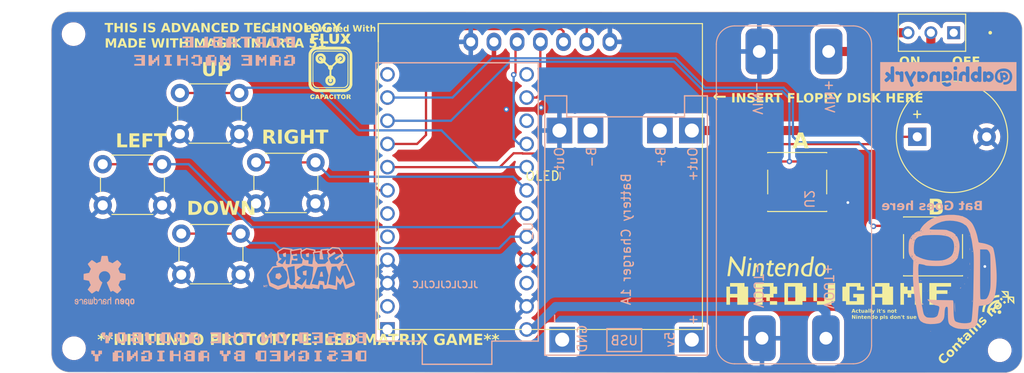
<source format=kicad_pcb>
(kicad_pcb (version 20221018) (generator pcbnew)
  (layers (0 "F.Cu" signal) (31 "B.Cu" signal) (34 "B.Paste" user) (35 "F.Paste" user) (36 "B.SilkS" user "B.Silkscreen") (37 "F.SilkS" user "F.Silkscreen") (38 "B.Mask" user) (39 "F.Mask" user) (44 "Edge.Cuts" user))
  (net 0 "")
  (net 1 "+3.3V")
  (net 2 "GND")
  (net 5 "/Buttons/BTNUP")
  (net 6 "/Buttons/BTNDWN")
  (net 7 "/Buttons/BTNLFT")
  (net 8 "/Buttons/BTNRIGHT")
  (net 9 "/Buttons/BTNB")
  (net 10 "/Buttons/BTNA")
  (net 11 "/Microcontroller/Buzzer")
  (net 14 "/LCD/DC")
  (net 15 "/LCD/RES")
  (net 18 "+5V")
  (net 19 "/LCD/MOSI")
  (net 21 "/LCD/CLK")
  (net 22 "/B+")
  (net 25 "/B-")
  (net 26 "/LiManage_OUT")
  (net 27 "/BOOST_OUT")
  (footprint "Button_Switch_THT:SW_PUSH_6mm_H5mm" (layer "F.Cu") (at 85.05 64.4)
    (fp_text reference "SW1" hide)
    (fp_text value "SW_Push_Open")
    (pad "1" thru_hole circle (at 0 0 90) (size 2 2) (drill 1.1) (layers "*.Cu" "*.Mask") (net 5 "/Buttons/BTNUP"))
    (pad "1" thru_hole circle (at 6.5 0 90) (size 2 2) (drill 1.1) (layers "*.Cu" "*.Mask") (net 5 "/Buttons/BTNUP"))
    (pad "2" thru_hole circle (at 0 4.5 90) (size 2 2) (drill 1.1) (layers "*.Cu" "*.Mask") (net 2 "GND"))
    (pad "2" thru_hole circle (at 6.5 4.5 90) (size 2 2) (drill 1.1) (layers "*.Cu" "*.Mask") (net 2 "GND"))
  )
  (footprint "Button_Switch_SMD:SW_Push_1P1T_NO_6x6mm_H9.5mm" (layer "F.Cu") (at 152.65 74.15)
    (fp_text reference "SW5" hide)
    (fp_text value "SW_Push_Open")
    (pad "1" smd rect (at -3.975 -2.25) (size 1.55 1.3) (layers "F.Cu" "F.Paste" "F.Mask") (net 10 "/Buttons/BTNA"))
    (pad "1" smd rect (at 3.975 -2.25) (size 1.55 1.3) (layers "F.Cu" "F.Paste" "F.Mask") (net 10 "/Buttons/BTNA"))
    (pad "2" smd rect (at -3.975 2.25) (size 1.55 1.3) (layers "F.Cu" "F.Paste" "F.Mask") (net 2 "GND"))
    (pad "2" smd rect (at 3.975 2.25) (size 1.55 1.3) (layers "F.Cu" "F.Paste" "F.Mask") (net 2 "GND"))
  )
  (footprint "Buzzer_Beeper:Buzzer_12x9.5RM7.6" (layer "F.Cu") (at 165.8 69.2)
    (fp_text reference "BZ1" hide)
    (fp_text value "Buzzer")
    (fp_text user "+" (at -0.01 -2.54) (layer "F.SilkS"))
    (pad "1" thru_hole rect (at 0 0) (size 2 2) (drill 1) (layers "*.Cu" "*.Mask") (net 11 "/Microcontroller/Buzzer"))
    (pad "2" thru_hole circle (at 7.6 0) (size 2 2) (drill 1) (layers "*.Cu" "*.Mask") (net 2 "GND"))
  )
  (footprint "Button_Switch_THT:SW_PUSH_6mm_H5mm" (layer "F.Cu") (at 76.6 72.2)
    (fp_text reference "SW4" hide)
    (fp_text value "SW_Push_Open")
    (pad "1" thru_hole circle (at 0 0 90) (size 2 2) (drill 1.1) (layers "*.Cu" "*.Mask") (net 8 "/Buttons/BTNRIGHT"))
    (pad "1" thru_hole circle (at 6.5 0 90) (size 2 2) (drill 1.1) (layers "*.Cu" "*.Mask") (net 8 "/Buttons/BTNRIGHT"))
    (pad "2" thru_hole circle (at 0 4.5 90) (size 2 2) (drill 1.1) (layers "*.Cu" "*.Mask") (net 2 "GND"))
    (pad "2" thru_hole circle (at 6.5 4.5 90) (size 2 2) (drill 1.1) (layers "*.Cu" "*.Mask") (net 2 "GND"))
  )
  (footprint "Button_Switch_THT:SW_PUSH_6mm_H5mm" (layer "F.Cu") (at 93.4 72)
    (fp_text reference "SW3" hide)
    (fp_text value "SW_Push_Open")
    (pad "1" thru_hole circle (at 0 0 90) (size 2 2) (drill 1.1) (layers "*.Cu" "*.Mask") (net 7 "/Buttons/BTNLFT"))
    (pad "1" thru_hole circle (at 6.5 0 90) (size 2 2) (drill 1.1) (layers "*.Cu" "*.Mask") (net 7 "/Buttons/BTNLFT"))
    (pad "2" thru_hole circle (at 0 4.5 90) (size 2 2) (drill 1.1) (layers "*.Cu" "*.Mask") (net 2 "GND"))
    (pad "2" thru_hole circle (at 6.5 4.5 90) (size 2 2) (drill 1.1) (layers "*.Cu" "*.Mask") (net 2 "GND"))
  )
  (footprint "TFACr2-parts:smolwifi" (layer "F.Cu") (at 174.2 87.8 45)
    (fp_text reference "G***" hide)
    (fp_text value "LOGO" hide)
  )
  (footprint "Button_Switch_SMD:SW_Push_1P1T_NO_6x6mm_H9.5mm" (layer "F.Cu") (at 167.525 81.2)
    (fp_text reference "SW6" hide)
    (fp_text value "SW_Push_Open")
    (pad "1" smd rect (at -3.975 -2.25) (size 1.55 1.3) (layers "F.Cu" "F.Paste" "F.Mask") (net 9 "/Buttons/BTNB"))
    (pad "1" smd rect (at 3.975 -2.25) (size 1.55 1.3) (layers "F.Cu" "F.Paste" "F.Mask") (net 9 "/Buttons/BTNB"))
    (pad "2" smd rect (at -3.975 2.25) (size 1.55 1.3) (layers "F.Cu" "F.Paste" "F.Mask") (net 2 "GND"))
    (pad "2" smd rect (at 3.975 2.25) (size 1.55 1.3) (layers "F.Cu" "F.Paste" "F.Mask") (net 2 "GND"))
  )
  (footprint "ArduinoGameboy:SH1106" (layer "F.Cu") (at 121.77 56.8)
    (fp_text reference "U5" hide)
    (fp_text value "SH1106")
    (fp_text user "OLED" (at 1.016 17.272 unlocked) (layer "F.SilkS") (effects (justify left bottom)))
    (pad "1" thru_hole oval (at -4.87 2 90) (size 2 1.6) (drill 1) (layers "*.Cu" "*.Mask") (net 2 "GND"))
    (pad "2" thru_hole oval (at -2.33 2 90) (size 2 1.6) (drill 1) (layers "*.Cu" "*.Mask") (net 1 "+3.3V"))
    (pad "3" thru_hole oval (at 0.21 2 90) (size 2 1.6) (drill 1) (layers "*.Cu" "*.Mask") (net 21 "/LCD/CLK"))
    (pad "4" thru_hole oval (at 2.75 2 90) (size 2 1.6) (drill 1) (layers "*.Cu" "*.Mask") (net 19 "/LCD/MOSI"))
    (pad "5" thru_hole oval (at 5.29 2 90) (size 2 1.6) (drill 1) (layers "*.Cu" "*.Mask") (net 15 "/LCD/RES"))
    (pad "6" thru_hole oval (at 7.83 2 90) (size 2 1.6) (drill 1) (layers "*.Cu" "*.Mask") (net 14 "/LCD/DC"))
    (pad "7" thru_hole oval (at 10.37 2 90) (size 2 1.6) (drill 1) (layers "*.Cu" "*.Mask") (net 2 "GND"))
  )
  (footprint "kibuzzard-653E884F" (layer "F.Cu") (at 150.4 83.4)
    (fp_text reference "kibuzzard-653E884F" hide)
    (fp_text value "G***" hide)
  )
  (footprint "kibuzzard-653BC246" (layer "F.Cu") (at 157.2 86.4)
    (fp_text reference "kibuzzard-653BC246" hide)
    (fp_text value "G***" hide)
  )
  (footprint "MountingHole:MountingHole_2.1mm" (layer "F.Cu") (at 174.825 92.575)
    (fp_text reference "REF**" hide)
    (fp_text value "MountingHole_2.1mm" hide)
    (pad "" np_thru_hole circle (at 0 0) (size 2.1 2.1) (drill 2.1) (layers "F&B.Cu" "*.Mask"))
  )
  (footprint "MountingHole:MountingHole_2.1mm" (layer "F.Cu") (at 73.45 92.35)
    (fp_text reference "REF**" hide)
    (fp_text value "MountingHole_2.1mm" hide)
    (pad "" np_thru_hole circle (at 0 0) (size 2.1 2.1) (drill 2.1) (layers "F&B.Cu" "*.Mask"))
  )
  (footprint "TFACr2-parts:smollerBLE" (layer "F.Cu") (at 175.754871 86.752171 45)
    (fp_text reference "G***" hide)
    (fp_text value "LOGO" hide)
  )
  (footprint "TFACr2-parts:fluxCap" (layer "F.Cu") (at 101.6 61.6)
    (fp_text reference "G***" hide)
    (fp_text value "LOGO" hide)
  )
  (footprint "MountingHole:MountingHole_2.1mm" (layer "F.Cu") (at 73.4 57.95)
    (fp_text reference "REF**" hide)
    (fp_text value "MountingHole_2.1mm")
    (pad "" np_thru_hole circle (at 0 0) (size 2.1 2.1) (drill 2.1) (layers "*.Cu" "*.Mask"))
  )
  (footprint "ArduinoGameboy:SW_MINI-SPDT-SW" (layer "F.Cu") (at 167.2875 57.8 180)
    (fp_text reference "SW7" hide)
    (fp_text value "SW_SPDT")
    (pad "1" thru_hole rect (at -2.5 0 180) (size 1.408 1.408) (drill 0.9) (layers "*.Cu" "*.Mask"))
    (pad "2" thru_hole circle (at 0 0 180) (size 1.408 1.408) (drill 0.9) (layers "*.Cu" "*.Mask") (net 26 "/LiManage_OUT"))
    (pad "3" thru_hole circle (at 2.5 0 180) (size 1.408 1.408) (drill 0.9) (layers "*.Cu" "*.Mask") (net 27 "/BOOST_OUT"))
  )
  (footprint "Button_Switch_THT:SW_PUSH_6mm_H5mm" (layer "F.Cu") (at 85.2 79.8)
    (fp_text reference "SW2" hide)
    (fp_text value "SW_Push_Open")
    (pad "1" thru_hole circle (at 0 0 90) (size 2 2) (drill 1.1) (layers "*.Cu" "*.Mask") (net 6 "/Buttons/BTNDWN"))
    (pad "1" thru_hole circle (at 6.5 0 90) (size 2 2) (drill 1.1) (layers "*.Cu" "*.Mask") (net 6 "/Buttons/BTNDWN"))
    (pad "2" thru_hole circle (at 0 4.5 90) (size 2 2) (drill 1.1) (layers "*.Cu" "*.Mask") (net 2 "GND"))
    (pad "2" thru_hole circle (at 6.5 4.5 90) (size 2 2) (drill 1.1) (layers "*.Cu" "*.Mask") (net 2 "GND"))
  )
  (footprint "kibuzzard-65312D56" (layer "B.Cu") (at 169.2 62.6 180)
    (fp_text reference "kibuzzard-65312D56" hide)
    (fp_text value "G***" hide)
  )
  (footprint "promicro:ProMicro-EnforcedTop" (layer "B.Cu") (at 115.4 76.33 90)
    (fp_text reference "U4" hide)
    (fp_text value "Arduino Pro Micro")
    (pad "1" thru_hole rect (at -13.97 -7.62 90) (size 1.6 1.6) (drill 1.1) (layers "*.Cu" "*.Mask"))
    (pad "2" thru_hole circle (at -11.43 -7.62 90) (size 1.6 1.6) (drill 1.1) (layers "*.Cu" "*.Mask"))
    (pad "3" thru_hole circle (at -8.89 -7.62 90) (size 1.6 1.6) (drill 1.1) (layers "*.Cu" "*.Mask") (net 2 "GND"))
    (pad "4" thru_hole circle (at -6.35 -7.62 90) (size 1.6 1.6) (drill 1.1) (layers "*.Cu" "*.Mask") (net 2 "GND"))
    (pad "5" thru_hole circle (at -3.81 -7.62 90) (size 1.6 1.6) (drill 1.1) (layers "*.Cu" "*.Mask"))
    (pad "6" thru_hole circle (at -1.27 -7.62 90) (size 1.6 1.6) (drill 1.1) (layers "*.Cu" "*.Mask"))
    (pad "7" thru_hole circle (at 1.27 -7.62 90) (size 1.6 1.6) (drill 1.1) (layers "*.Cu" "*.Mask") (net 14 "/LCD/DC"))
    (pad "8" thru_hole circle (at 3.81 -7.62 90) (size 1.6 1.6) (drill 1.1) (layers "*.Cu" "*.Mask") (net 11 "/Microcontroller/Buzzer"))
    (pad "9" thru_hole circle (at 6.35 -7.62 90) (size 1.6 1.6) (drill 1.1) (layers "*.Cu" "*.Mask") (net 15 "/LCD/RES"))
    (pad "10" thru_hole circle (at 8.89 -7.62 90) (size 1.6 1.6) (drill 1.1) (layers "*.Cu" "*.Mask") (net 10 "/Buttons/BTNA"))
    (pad "11" thru_hole circle (at 11.43 -7.62 90) (size 1.6 1.6) (drill 1.1) (layers "*.Cu" "*.Mask") (net 9 "/Buttons/BTNB"))
    (pad "12" thru_hole circle (at 13.97 -7.62 90) (size 1.6 1.6) (drill 1.1) (layers "*.Cu" "*.Mask"))
    (pad "13" thru_hole circle (at 13.97 7.62 90) (size 1.6 1.6) (drill 1.1) (layers "*.Cu" "*.Mask"))
    (pad "14" thru_hole circle (at 11.43 7.62 90) (size 1.6 1.6) (drill 1.1) (layers "*.Cu" "*.Mask") (net 19 "/LCD/MOSI"))
    (pad "15" thru_hole circle (at 8.89 7.62 90) (size 1.6 1.6) (drill 1.1) (layers "*.Cu" "*.Mask"))
    (pad "16" thru_hole circle (at 6.35 7.62 90) (size 1.6 1.6) (drill 1.1) (layers "*.Cu" "*.Mask") (net 21 "/LCD/CLK"))
    (pad "17" thru_hole circle (at 3.81 7.62 90) (size 1.6 1.6) (drill 1.1) (layers "*.Cu" "*.Mask") (net 5 "/Buttons/BTNUP"))
    (pad "18" thru_hole circle (at 1.27 7.62 90) (size 1.6 1.6) (drill 1.1) (layers "*.Cu" "*.Mask") (net 7 "/Buttons/BTNLFT"))
    (pad "19" thru_hole circle (at -1.27 7.62 90) (size 1.6 1.6) (drill 1.1) (layers "*.Cu" "*.Mask") (net 8 "/Buttons/BTNRIGHT"))
    (pad "20" thru_hole circle (at -3.81 7.62 90) (size 1.6 1.6) (drill 1.1) (layers "*.Cu" "*.Mask") (net 6 "/Buttons/BTNDWN"))
    (pad "21" thru_hole circle (at -6.35 7.62 90) (size 1.6 1.6) (drill 1.1) (layers "*.Cu" "*.Mask") (net 1 "+3.3V"))
    (pad "22" thru_hole circle (at -8.89 7.62 90) (size 1.6 1.6) (drill 1.1) (layers "*.Cu" "*.Mask"))
    (pad "23" thru_hole circle (at -11.43 7.62 90) (size 1.6 1.6) (drill 1.1) (layers "*.Cu" "*.Mask") (net 2 "GND"))
    (pad "24" thru_hole circle (at -13.97 7.62 90) (size 1.6 1.6) (drill 1.1) (layers "*.Cu" "*.Mask") (net 18 "+5V"))
  )
  (footprint "kibuzzard-65549CA5" (layer "B.Cu") (at 90.4 92.2 180)
    (fp_text reference "kibuzzard-65549CA5" hide)
    (fp_text value "G***" hide)
  )
  (footprint "kibuzzard-653130E3" (layer "B.Cu") (at 88.85 59.825 180)
    (fp_text reference "kibuzzard-653130E3" hide)
    (fp_text value "G***" hide)
  )
  (footprint "Symbol:OSHW-Logo2_7.3x6mm_SilkScreen" (layer "B.Cu") (at 76.8 85 180)
    (fp_text reference "REF**" hide)
    (fp_text value "OSHW-Logo2_7.3x6mm_SilkScreen" hide)
  )
  (footprint "TFACr2-parts:amongus" (layer "B.Cu") (at 169.675 84.175 180)
    (fp_text reference "G***" hide)
    (fp_text value "LOGO" hide)
  )
  (footprint "TFACr2-parts:TP4056-18650" (layer "B.Cu") (at 142.8125 93.1125 90)
    (fp_text reference "U1" (at 13.6 -19.6 -270) (layer "B.SilkS") (effects (justify mirror)))
    (fp_text value "TP4056")
    (fp_text user "GND" (at 1.8 -13.7 -270) (layer "B.SilkS") (effects (justify mirror)))
    (fp_text user "5v" (at 1.7 -4.1 -270) (layer "B.SilkS") (effects (justify mirror)))
    (fp_text user "-" (at 4 -16.8 -270) (layer "B.SilkS") (effects (justify mirror)))
    (fp_text user "+" (at 3.9 -1.6 -270) (layer "B.SilkS") (effects (justify mirror)))
    (fp_text user "USB" (at 1.6 -9.1 -360) (layer "B.SilkS") (effects (justify mirror)))
    (fp_text user "Battery Charger 1A" (at 12.7 -8.9 -270) (layer "B.SilkS") (effects (justify mirror)))
    (fp_text user "Out-" (at 20.9 -16.2 -270) (layer "B.SilkS") (effects (justify mirror)))
    (fp_text user "B-" (at 21.7 -12.7 -270) (layer "B.SilkS") (effects (justify mirror)))
    (fp_text user "B+" (at 21.7 -5.1 -270) (layer "B.SilkS") (effects (justify mirror)))
    (fp_text user "Out+" (at 20.9 -1.6 -270) (layer "B.SilkS") (effects (justify mirror)))
    (pad "1" thru_hole rect (at 1.7 -1.7 90) (size 2.8 2.8) (drill 1.54) (layers "*.Cu" "*.Mask"))
    (pad "2" thru_hole rect (at 1.7 -15.9 90) (size 2.8 2.8) (drill 1.54) (layers "*.Cu" "*.Mask"))
    (pad "3" thru_hole rect (at 24.6 -1.7 90) (size 2.8 2.8) (drill 1.54) (layers "*.Cu" "*.Mask") (net 26 "/LiManage_OUT"))
    (pad "4" thru_hole rect (at 24.6 -16.2 90) (size 2.8 2.8) (drill 1.54) (layers "*.Cu" "*.Mask") (net 2 "GND"))
    (pad "5" thru_hole rect (at 24.6 -5.2 90) (size 2.8 2.8) (drill 1.54) (layers "*.Cu" "*.Mask") (net 22 "/B+"))
    (pad "6" thru_hole rect (at 24.6 -12.8 90) (size 2.8 2.8) (drill 1.54) (layers "*.Cu" "*.Mask") (net 25 "/B-"))
  )
  (footprint "TFACr2-parts:mario" (layer "B.Cu") (at 99.2 83.6 180)
    (fp_text reference "G***" hide)
    (fp_text value "LOGO" hide)
  )
  (footprint "ArduinoGameboy:MT3608-Module" (layer "B.Cu") (at 143.795 94.055 90)
    (fp_text reference "U2" (at 18.034 10.16 270 unlocked) (layer "B.SilkS") (effects (justify mirror)))
    (fp_text value "MT3608")
    (fp_text user "VOUT-" (at 8.6 4.6 270 unlocked) (layer "B.SilkS") (effects (justify mirror)))
    (fp_text user "VIN-" (at 29.1 4.5 270 unlocked) (layer "B.SilkS") (effects (justify mirror)))
    (fp_text user "VIN+" (at 29.3 12.4 270 unlocked) (layer "B.SilkS") (effects (justify mirror)))
    (fp_text user "VOUT+" (at 8.5 12.3 270 unlocked) (layer "B.SilkS") (effects (justify mirror)))
    (pad "1" thru_hole roundrect (at 34.2 12.3 90) (size 5 3) (drill 1.4) (layers "*.Cu" "*.Mask") (net 27 "/BOOST_OUT"))
    (pad "2" thru_hole roundrect (at 34.2 4.7 90) (size 5 3) (drill 1.4) (layers "*.Cu" "*.Mask") (net 2 "GND"))
    (pad "3" thru_hole roundrect (at 2.8 12 90) (size 5 3) (drill 1.4) (layers "*.Cu" "*.Mask") (net 18 "+5V"))
    (pad "4" thru_hole roundrect (at 2.8 5 90) (size 5 3) (drill 1.4) (layers "*.Cu" "*.Mask") (net 2 "GND"))
  )
  (gr_line (start 70.975 90.025) (end 70.975 92.95) (stroke (width 0.05)) (layer "Edge.Cuts"))
  (gr_arc (start 175.275 55.525) (mid 176.706891 56.118109) (end 177.3 57.55) (stroke (width 0.05)) (layer "Edge.Cuts"))
  (gr_arc (start 73 94.975) (mid 71.568109 94.381891) (end 70.975 92.95) (stroke (width 0.05)) (layer "Edge.Cuts"))
  (gr_line (start 175.275 95.05) (end 73 94.975) (stroke (width 0.05)) (layer "Edge.Cuts"))
  (gr_arc (start 177.3 93.025) (mid 176.706891 94.456891) (end 175.275 95.05) (stroke (width 0.05)) (layer "Edge.Cuts"))
  (gr_arc (start 70.975 57.525) (mid 71.568109 56.093109) (end 73 55.5) (stroke (width 0.05)) (layer "Edge.Cuts"))
  (gr_line (start 177.3 57.55) (end 177.3 59.775) (stroke (width 0.05)) (layer "Edge.Cuts"))
  (gr_line (start 73 55.5) (end 175.275 55.525) (stroke (width 0.05)) (layer "Edge.Cuts"))
  (gr_line (start 70.975 90.025) (end 70.975 61.025) (stroke (width 0.05)) (layer "Edge.Cuts"))
  (gr_line (start 177.3 59.775) (end 177.3 93.025) (stroke (width 0.05)) (layer "Edge.Cuts"))
  (gr_line (start 70.975 61.025) (end 70.975 57.525) (stroke (width 0.05)) (layer "Edge.Cuts"))
  (gr_text "Bat Goes here" (at 173 77.4) (layer "B.SilkS") (effects (font (size 1 1) (thickness 0.25) bold) (justify left bottom mirror)))
  (gr_text "JLCJLCJLCJLC" (at 117.8 85.8) (layer "B.SilkS") (effects (font (size 0.7 0.7)) (justify left bottom mirror)))
  (gr_text "**NINTENDO PROTOTYPE: LED MATRIX GAME**" (at 76 92.2) (layer "F.SilkS") (effects (font (size 1.2 1.2) (thickness 0.25) bold) (justify left bottom)))
  (gr_text "RIGHT\n" (at 94 70.2) (layer "F.SilkS") (effects (font (size 1.5 1.5) (thickness 0.3) bold) (justify left bottom)))
  (gr_text "Contains no:" (at 168.754871 94.352171 45) (layer "F.SilkS") (effects (font (size 1 1) (thickness 0.125) bold) (justify left bottom)))
  (gr_text "Actually it's not\nNintendo pls don't sue" (at 158.6 89.2) (layer "F.SilkS") (effects (font (size 0.4 0.4) (thickness 0.1) bold) (justify left bottom)))
  (gr_text "A" (at 152.1 70.75) (layer "F.SilkS") (effects (font (size 1.7 1.7) (thickness 0.3) bold) (justify left bottom)))
  (gr_text "Powered With" (at 98.8 57.8) (layer "F.SilkS") (effects (font (size 0.7 0.7) (thickness 0.175) bold) (justify left bottom)))
  (gr_text "OFF" (at 169.6 61.6) (layer "F.SilkS") (effects (font (size 1 1) (thickness 0.25) bold) (justify left bottom)))
  (gr_text "jk its not" (at 94 57.8) (layer "F.SilkS") (effects (font (size 0.4 0.3) (thickness 0.075) bold) (justify left bottom)))
  (gr_text "ON" (at 163.8 61.6) (layer "F.SilkS") (effects (font (size 1 1) (thickness 0.25) bold) (justify left bottom)))
  (gr_text "INSERT FLOPPY DISK HERE" (at 145.4 65.6) (layer "F.SilkS") (effects (font (size 1 1) (thickness 0.15) bold) (justify left bottom)))
  (gr_text "DOWN" (at 85.8 78) (layer "F.SilkS") (effects (font (size 1.5 1.5) (thickness 0.3) bold) (justify left bottom)))
  (gr_text "←" (at 143.4 65.6) (layer "F.SilkS") (effects (font (size 1.3 1.3) (thickness 0.15) bold) (justify left bottom)))
  (gr_text "UP" (at 87.4 62.8) (layer "F.SilkS") (effects (font (size 1.5 1.5) (thickness 0.3) bold) (justify left bottom)))
  (gr_text "LEFT" (at 78 70.6) (layer "F.SilkS") (effects (font (size 1.5 1.5) (thickness 0.3) bold) (justify left bottom)))
  (gr_text "B" (at 166.95 78) (layer "F.SilkS") (effects (font (size 1.7 1.7) (thickness 0.3) bold) (justify left bottom)))
  (gr_text "THIS IS ADVANCED TECHNOLOGY \nMADE WITH MAGIK IN AREA 51\n" (at 76.8 59.6) (layer "F.SilkS") (effects (font (size 1 1) (thickness 0.175) bold) (justify left bottom)))
  (segment (start 124.4 66.2) (end 124.6 66) (width 0.5) (layer "F.Cu") (net 1))
  (segment (start 120.8 66.2) (end 124.4 66.2) (width 0.5) (layer "F.Cu") (net 1))
  (via (at 124.6 66) (size 0.6) (drill 0.3) (layers "F.Cu" "B.Cu") (net 1))
  (via (at 120.8 66.2) (size 0.6) (drill 0.3) (layers "F.Cu" "B.Cu") (net 1))
  (segment (start 156.625 76.4) (end 158.2 76.4) (width 0.25) (layer "F.Cu") (net 2))
  (segment (start 148.675 76.4) (end 156.625 76.4) (width 0.25) (layer "F.Cu") (net 2))
  (segment (start 171.5 83.45) (end 173.15 83.45) (width 0.25) (layer "F.Cu") (net 2))
  (segment (start 163.55 83.45) (end 171.5 83.45) (width 0.25) (layer "F.Cu") (net 2))
  (segment (start 173.15 83.45) (end 173.2 83.4) (width 0.25) (layer "F.Cu") (net 2))
  (via (at 158.2 76.4) (size 0.6) (drill 0.3) (layers "F.Cu" "B.Cu") (net 2))
  (via (at 173.2 83.4) (size 0.6) (drill 0.3) (layers "F.Cu" "B.Cu") (net 2))
  (segment (start 132.265 58.675) (end 132.14 58.8) (width 0.25) (layer "B.Cu") (net 2))
  (segment (start 85.05 64.4) (end 91.55 64.4) (width 0.25) (layer "F.Cu") (net 5))
  (segment (start 123.02 72.52) (end 117.72 72.52) (width 0.25) (layer "B.Cu") (net 5))
  (segment (start 92.125 63.825) (end 91.55 64.4) (width 0.25) (layer "B.Cu") (net 5))
  (segment (start 113.692 68.492) (end 104.692 68.492) (width 0.25) (layer "B.Cu") (net 5))
  (segment (start 100.025 63.825) (end 92.125 63.825) (width 0.25) (layer "B.Cu") (net 5))
  (segment (start 117.72 72.52) (end 113.692 68.492) (width 0.25) (layer "B.Cu") (net 5))
  (segment (start 104.692 68.492) (end 100.025 63.825) (width 0.25) (layer "B.Cu") (net 5))
  (segment (start 85.2 79.8) (end 91.7 79.8) (width 0.25) (layer "F.Cu") (net 6))
  (segment (start 121.26 80.14) (end 120 81.4) (width 0.25) (layer "B.Cu") (net 6))
  (segment (start 120 81.4) (end 96 81.4) (width 0.25) (layer "B.Cu") (net 6))
  (segment (start 92.725 80.825) (end 91.7 79.8) (width 0.25) (layer "B.Cu") (net 6))
  (segment (start 96 81.4) (end 95.425 80.825) (width 0.25) (layer "B.Cu") (net 6))
  (segment (start 95.425 80.825) (end 92.725 80.825) (width 0.25) (layer "B.Cu") (net 6))
  (segment (start 123.02 80.14) (end 121.26 80.14) (width 0.25) (layer "B.Cu") (net 6))
  (segment (start 93.4 72) (end 99.9 72) (width 0.25) (layer "F.Cu") (net 7))
  (segment (start 121.532 73.572) (end 123.02 75.06) (width 0.25) (layer "B.Cu") (net 7))
  (segment (start 101.472 73.572) (end 121.532 73.572) (width 0.25) (layer "B.Cu") (net 7))
  (segment (start 99.9 72) (end 101.472 73.572) (width 0.25) (layer "B.Cu") (net 7))
  (segment (start 76.6 72.2) (end 83.1 72.2) (width 0.25) (layer "F.Cu") (net 8))
  (segment (start 83.1 72.2) (end 86 72.2) (width 0.25) (layer "B.Cu") (net 8))
  (segment (start 120.312 79.088) (end 121.8 77.6) (width 0.25) (layer "B.Cu") (net 8))
  (segment (start 92.888 79.088) (end 120.312 79.088) (width 0.25) (layer "B.Cu") (net 8))
  (segment (start 121.8 77.6) (end 123.02 77.6) (width 0.25) (layer "B.Cu") (net 8))
  (segment (start 86 72.2) (end 92.888 79.088) (width 0.25) (layer "B.Cu") (net 8))
  (segment (start 161.05 78.95) (end 163.55 78.95) (width 0.25) (layer "F.Cu") (net 9))
  (segment (start 161 79) (end 161.05 78.95) (width 0.25) (layer "F.Cu") (net 9))
  (segment (start 171.5 78.95) (end 163.55 78.95) (width 0.25) (layer "F.Cu") (net 9))
  (via (at 161 79) (size 0.6) (drill 0.3) (layers "F.Cu" "B.Cu") (net 9))
  (segment (start 159.4 69.8) (end 152.8 69.8) (width 0.25) (layer "B.Cu") (net 9))
  (segment (start 140.866579 62.133421) (end 140.933158 62.2) (width 0.25) (layer "B.Cu") (net 9))
  (segment (start 142.556158 63.823) (end 140.866579 62.133421) (width 0.25) (layer "B.Cu") (net 9))
  (segment (start 107.78 64.9) (end 114.9 64.9) (width 0.25) (layer "B.Cu") (net 9))
  (segment (start 151.156159 63.823) (end 142.556158 63.823) (width 0.25) (layer "B.Cu") (net 9))
  (segment (start 119.2 60.6) (end 139.333158 60.6) (width 0.25) (layer "B.Cu") (net 9))
  (segment (start 152.177 64.843841) (end 151.156159 63.823) (width 0.25) (layer "B.Cu") (net 9))
  (segment (start 161 79) (end 160.6 78.6) (width 0.25) (layer "B.Cu") (net 9))
  (segment (start 160.6 71) (end 159.4 69.8) (width 0.25) (layer "B.Cu") (net 9))
  (segment (start 114.9 64.9) (end 119.2 60.6) (width 0.25) (layer "B.Cu") (net 9))
  (segment (start 139.333158 60.6) (end 140.866579 62.133421) (width 0.25) (layer "B.Cu") (net 9))
  (segment (start 152.8 69.8) (end 152.177 69.177) (width 0.25) (layer "B.Cu") (net 9))
  (segment (start 160.6 78.6) (end 160.6 71) (width 0.25) (layer "B.Cu") (net 9))
  (segment (start 152.177 69.177) (end 152.177 64.843841) (width 0.25) (layer "B.Cu") (net 9))
  (segment (start 151.8 71.9) (end 148.675 71.9) (width 0.25) (layer "F.Cu") (net 10))
  (segment (start 156.625 71.9) (end 151.8 71.9) (width 0.25) (layer "F.Cu") (net 10))
  (via (at 151.8 71.9) (size 0.6) (drill 0.3) (layers "F.Cu" "B.Cu") (net 10))
  (segment (start 142.4 64.2) (end 151 64.2) (width 0.25) (layer "B.Cu") (net 10))
  (segment (start 139.177 60.977) (end 142.4 64.2) (width 0.25) (layer "B.Cu") (net 10))
  (segment (start 114.726579 67.44) (end 121.189579 60.977) (width 0.25) (layer "B.Cu") (net 10))
  (segment (start 151.8 65) (end 151.8 71.9) (width 0.25) (layer "B.Cu") (net 10))
  (segment (start 107.78 67.44) (end 114.726579 67.44) (width 0.25) (layer "B.Cu") (net 10))
  (segment (start 151 64.2) (end 151.8 65) (width 0.25) (layer "B.Cu") (net 10))
  (segment (start 121.189579 60.977) (end 139.177 60.977) (width 0.25) (layer "B.Cu") (net 10))
  (segment (start 121.6 71) (end 122.552247 71) (width 0.25) (layer "F.Cu") (net 11))
  (segment (start 146.2 70) (end 161.2 70) (width 0.25) (layer "F.Cu") (net 11))
  (segment (start 122.584247 71.032) (end 145.168 71.032) (width 0.25) (layer "F.Cu") (net 11))
  (segment (start 162 69.2) (end 165.8 69.2) (width 0.25) (layer "F.Cu") (net 11))
  (segment (start 120.08 72.52) (end 121.6 71) (width 0.25) (layer "F.Cu") (net 11))
  (segment (start 145.168 71.032) (end 146.2 70) (width 0.25) (layer "F.Cu") (net 11))
  (segment (start 122.552247 71) (end 122.584247 71.032) (width 0.25) (layer "F.Cu") (net 11))
  (segment (start 107.78 72.52) (end 120.08 72.52) (width 0.25) (layer "F.Cu") (net 11))
  (segment (start 161.2 70) (end 162 69.2) (width 0.25) (layer "F.Cu") (net 11))
  (segment (start 107 57) (end 129.4 57) (width 0.25) (layer "F.Cu") (net 14))
  (segment (start 106.4 57.6) (end 107 57) (width 0.25) (layer "F.Cu") (net 14))
  (segment (start 107.78 75.06) (end 106.86 75.06) (width 0.25) (layer "F.Cu") (net 14))
  (segment (start 129.6 57.2) (end 129.6 58.8) (width 0.25) (layer "F.Cu") (net 14))
  (segment (start 106.86 75.06) (end 106.4 74.6) (width 0.25) (layer "F.Cu") (net 14))
  (segment (start 106.4 74.6) (end 106.4 57.6) (width 0.25) (layer "F.Cu") (net 14))
  (segment (start 129.4 57) (end 129.6 57.2) (width 0.25) (layer "F.Cu") (net 14))
  (segment (start 112.4 57.4) (end 126.8 57.4) (width 0.25) (layer "F.Cu") (net 15))
  (segment (start 126.8 57.4) (end 127.06 57.66) (width 0.25) (layer "F.Cu") (net 15))
  (segment (start 127.06 57.66) (end 127.06 58.8) (width 0.25) (layer "F.Cu") (net 15))
  (segment (start 107.78 69.98) (end 111.02 69.98) (width 0.25) (layer "F.Cu") (net 15))
  (segment (start 112 57.8) (end 112.4 57.4) (width 0.25) (layer "F.Cu") (net 15))
  (segment (start 111.02 69.98) (end 112 69) (width 0.25) (layer "F.Cu") (net 15))
  (segment (start 112 69) (end 112 57.8) (width 0.25) (layer "F.Cu") (net 15))
  (segment (start 155.795 91.255) (end 155.795 88.395) (width 1) (layer "B.Cu") (net 18))
  (segment (start 126.205 87.795) (end 123.7 90.3) (width 1) (layer "B.Cu") (net 18))
  (segment (start 155.795 88.395) (end 155.195 87.795) (width 1) (layer "B.Cu") (net 18))
  (segment (start 155.195 87.795) (end 126.205 87.795) (width 1) (layer "B.Cu") (net 18))
  (segment (start 123.7 90.3) (end 123.02 90.3) (width 1) (layer "B.Cu") (net 18))
  (segment (start 124.1 64.9) (end 124.52 64.48) (width 0.25) (layer "F.Cu") (net 19))
  (segment (start 124.52 64.48) (end 124.52 58.8) (width 0.25) (layer "F.Cu") (net 19))
  (segment (start 123.02 64.9) (end 124.1 64.9) (width 0.25) (layer "F.Cu") (net 19))
  (segment (start 121.8 62.2) (end 121.6 62.4) (width 0.25) (layer "F.Cu") (net 21))
  (segment (start 121.8 58.98) (end 121.8 62.2) (width 0.25) (layer "F.Cu") (net 21))
  (segment (start 121.98 58.8) (end 121.8 58.98) (width 0.25) (layer "F.Cu") (net 21))
  (segment (start 121.6 59.18) (end 121.98 58.8) (width 0.25) (layer "F.Cu") (net 21))
  (via (at 121.6 62.4) (size 0.6) (drill 0.3) (layers "F.Cu" "B.Cu") (net 21))
  (segment (start 123.02 69.98) (end 122.18 69.98) (width 0.25) (layer "B.Cu") (net 21))
  (segment (start 122.18 69.98) (end 121.6 69.4) (width 0.25) (layer "B.Cu") (net 21))
  (segment (start 121.6 69.4) (end 121.6 62.4) (width 0.25) (layer "B.Cu") (net 21))
  (segment (start 166.2 61) (end 167.2875 59.9125) (width 1) (layer "F.Cu") (net 26))
  (segment (start 163 61) (end 166.2 61) (width 1) (layer "F.Cu") (net 26))
  (segment (start 160.0875 68.5125) (end 160.6 68) (width 1) (layer "F.Cu") (net 26))
  (segment (start 160.6 63.4) (end 163 61) (width 1) (layer "F.Cu") (net 26))
  (segment (start 167.2875 59.9125) (end 167.2875 57.8) (width 1) (layer "F.Cu") (net 26))
  (segment (start 160.6 68) (end 160.6 63.4) (width 1) (layer "F.Cu") (net 26))
  (segment (start 141.1125 68.5125) (end 160.0875 68.5125) (width 1) (layer "F.Cu") (net 26))
  (segment (start 162.8 57.8) (end 160.745 59.855) (width 1) (layer "F.Cu") (net 27))
  (segment (start 164.7875 57.8) (end 162.8 57.8) (width 1) (layer "F.Cu") (net 27))
  (segment (start 160.745 59.855) (end 156.095 59.855) (width 1) (layer "F.Cu") (net 27))
  (zone (net 1) (net_name "+3.3V") (layer "F.Cu") (connect_pads (clearance 0.5)) (min_thickness 0.25) (fill yes (thermal_gap 0.5) (thermal_bridge_width 0.5))
    (polygon (pts (xy 71 55.5) (xy 71 95) (xy 177.5 95) (xy 177.5 55.5)))
  )
  (zone (net 2) (net_name "GND") (layer "B.Cu") (priority 1) (connect_pads (clearance 0.5)) (min_thickness 0.25) (fill yes (thermal_gap 0.5) (thermal_bridge_width 0.5))
    (polygon (pts (xy 71 55.5) (xy 71 95) (xy 177.5 95) (xy 177.5 55.5)))
  )
)
</source>
